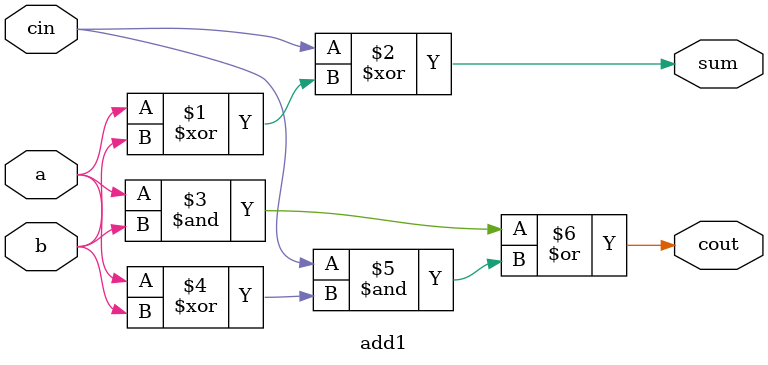
<source format=v>
module top_module (
    input [31:0] a,
    input [31:0] b,
    output [31:0] sum
);//
    wire c1;
    add16 adder161( .a(a[15:0]), .b(b[15:0]), .cin(0), .sum(sum[15:0]), .cout(c1) );
    add16 adder162( .a(a[31:16]), .b(b[31:16]), .cin(c1), .sum(sum[31:16]), .cout(0) );

endmodule

module add1 ( input a, input b, input cin,   output sum, output cout );

// Full adder module here
    assign sum = cin^(a^b);
    assign cout = a&b | cin & (a^b);

endmodule


</source>
